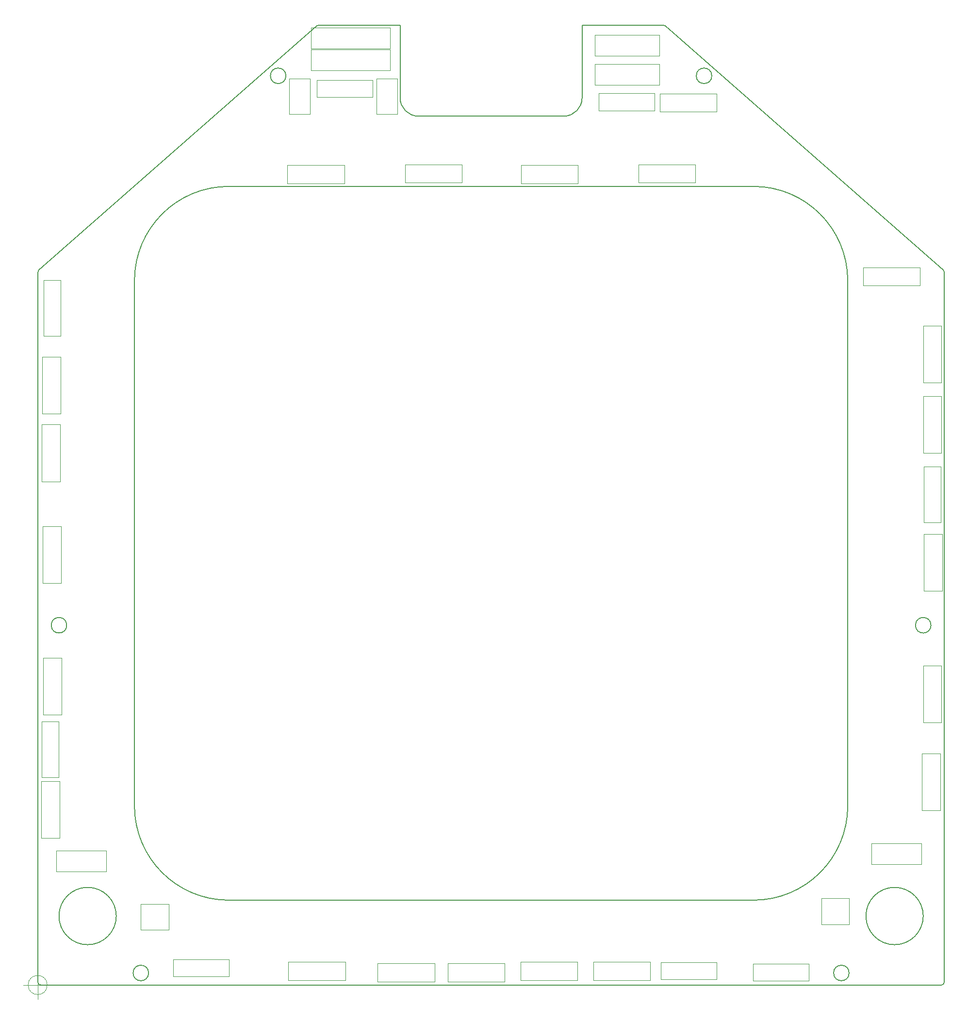
<source format=gbr>
G04 #@! TF.GenerationSoftware,KiCad,Pcbnew,(5.1.5-0-10_14)*
G04 #@! TF.CreationDate,2020-05-20T14:42:11+10:00*
G04 #@! TF.ProjectId,Buttons_DDI,42757474-6f6e-4735-9f44-44492e6b6963,rev?*
G04 #@! TF.SameCoordinates,Original*
G04 #@! TF.FileFunction,Other,User*
%FSLAX46Y46*%
G04 Gerber Fmt 4.6, Leading zero omitted, Abs format (unit mm)*
G04 Created by KiCad (PCBNEW (5.1.5-0-10_14)) date 2020-05-20 14:42:11*
%MOMM*%
%LPD*%
G04 APERTURE LIST*
%ADD10C,0.200000*%
%ADD11C,0.100000*%
%ADD12C,0.050000*%
G04 APERTURE END LIST*
D10*
X30987380Y-164503100D02*
G75*
G03X30987380Y-164503100I-5000000J0D01*
G01*
X60587233Y-17986375D02*
G75*
G03X60587233Y-17986375I-1352550J0D01*
G01*
X83693000Y-25019000D02*
X109093000Y-25019000D01*
X112268000Y-21844000D02*
G75*
G02X109093000Y-25019000I-3175000J0D01*
G01*
X173148629Y-113792000D02*
G75*
G03X173148629Y-113792000I-1352550J0D01*
G01*
X50604140Y-161734500D02*
G75*
G02X34163000Y-145293360I0J16441140D01*
G01*
X158864300Y-174434500D02*
G75*
G03X158864300Y-174434500I-1352550J0D01*
G01*
X36626800Y-174434500D02*
G75*
G03X36626800Y-174434500I-1352550J0D01*
G01*
X158623000Y-145293360D02*
X158623000Y-53715640D01*
X142181860Y-37274500D02*
G75*
G02X158623000Y-53715640I0J-16441140D01*
G01*
X142181860Y-37274500D02*
X50604140Y-37274500D01*
X50604140Y-161734500D02*
X142181860Y-161734500D01*
X171798621Y-164503100D02*
G75*
G03X171798621Y-164503100I-5000000J0D01*
G01*
X126464426Y-9144000D02*
X112268000Y-9144000D01*
X126464426Y-9144000D02*
G75*
G02X126799582Y-9270248I0J-508000D01*
G01*
X17303750Y-52240798D02*
X17303750Y-176022000D01*
X17811750Y-176530000D02*
X174974250Y-176530000D01*
X175309406Y-51859046D02*
X126799582Y-9270248D01*
X175309406Y-51859046D02*
G75*
G02X175482250Y-52240798I-335156J-381752D01*
G01*
X158623000Y-145293360D02*
G75*
G02X142181860Y-161734500I-16441140J0D01*
G01*
X34163000Y-53715640D02*
X34163000Y-145293360D01*
X65986418Y-9270248D02*
G75*
G02X66321574Y-9144000I335156J-381752D01*
G01*
X134903867Y-17986375D02*
G75*
G03X134903867Y-17986375I-1352550J0D01*
G01*
X22342471Y-113792000D02*
G75*
G03X22342471Y-113792000I-1352550J0D01*
G01*
X175482250Y-176022000D02*
X175482250Y-52240798D01*
X175482250Y-176022000D02*
G75*
G02X174974250Y-176530000I-508000J0D01*
G01*
X17303750Y-52240798D02*
G75*
G02X17476594Y-51859046I508000J0D01*
G01*
X80518000Y-9144000D02*
X66321574Y-9144000D01*
X112268000Y-21844000D02*
X112268000Y-9144000D01*
X34163000Y-53715640D02*
G75*
G02X50604140Y-37274500I16441140J0D01*
G01*
X17811750Y-176530000D02*
G75*
G02X17303750Y-176022000I0J508000D01*
G01*
X65986418Y-9270248D02*
X17476594Y-51859046D01*
X80518000Y-9144000D02*
X80518000Y-21844000D01*
X83693000Y-25019000D02*
G75*
G02X80518000Y-21844000I0J3175000D01*
G01*
D11*
X18938666Y-176530000D02*
G75*
G03X18938666Y-176530000I-1666666J0D01*
G01*
X14772000Y-176530000D02*
X19772000Y-176530000D01*
X17272000Y-174030000D02*
X17272000Y-179030000D01*
D12*
X21162000Y-88720000D02*
X21162000Y-78800000D01*
X17962000Y-88720000D02*
X21162000Y-88720000D01*
X17962000Y-78800000D02*
X17962000Y-88720000D01*
X21162000Y-78800000D02*
X17962000Y-78800000D01*
X135772000Y-172580000D02*
X126052000Y-172580000D01*
X135772000Y-175580000D02*
X135772000Y-172580000D01*
X126052000Y-175580000D02*
X135772000Y-175580000D01*
X126052000Y-172580000D02*
X126052000Y-175580000D01*
X75722000Y-18730000D02*
X66002000Y-18730000D01*
X75722000Y-21730000D02*
X75722000Y-18730000D01*
X66002000Y-21730000D02*
X75722000Y-21730000D01*
X66002000Y-18730000D02*
X66002000Y-21730000D01*
X124912000Y-21040000D02*
X115192000Y-21040000D01*
X124912000Y-24040000D02*
X124912000Y-21040000D01*
X115192000Y-24040000D02*
X124912000Y-24040000D01*
X115192000Y-21040000D02*
X115192000Y-24040000D01*
X174882000Y-95870000D02*
X174882000Y-86150000D01*
X171882000Y-95870000D02*
X174882000Y-95870000D01*
X171882000Y-86150000D02*
X171882000Y-95870000D01*
X174882000Y-86150000D02*
X171882000Y-86150000D01*
X50622000Y-172050000D02*
X40902000Y-172050000D01*
X50622000Y-175050000D02*
X50622000Y-172050000D01*
X40902000Y-175050000D02*
X50622000Y-175050000D01*
X40902000Y-172050000D02*
X40902000Y-175050000D01*
X151842000Y-172820000D02*
X142122000Y-172820000D01*
X151842000Y-175820000D02*
X151842000Y-172820000D01*
X142122000Y-175820000D02*
X151842000Y-175820000D01*
X142122000Y-172820000D02*
X142122000Y-175820000D01*
X20982000Y-140330000D02*
X20982000Y-130610000D01*
X17982000Y-140330000D02*
X20982000Y-140330000D01*
X17982000Y-130610000D02*
X17982000Y-140330000D01*
X20982000Y-130610000D02*
X17982000Y-130610000D01*
X21282000Y-63380000D02*
X21282000Y-53660000D01*
X18282000Y-63380000D02*
X21282000Y-63380000D01*
X18282000Y-53660000D02*
X18282000Y-63380000D01*
X21282000Y-53660000D02*
X18282000Y-53660000D01*
X158882000Y-161440000D02*
X154032000Y-161440000D01*
X158882000Y-165940000D02*
X158882000Y-161440000D01*
X154032000Y-165940000D02*
X158882000Y-165940000D01*
X154032000Y-161440000D02*
X154032000Y-165940000D01*
X40122000Y-162380000D02*
X35272000Y-162380000D01*
X40122000Y-166880000D02*
X40122000Y-162380000D01*
X35272000Y-166880000D02*
X40122000Y-166880000D01*
X35272000Y-162380000D02*
X35272000Y-166880000D01*
X80032000Y-18520000D02*
X76432000Y-18520000D01*
X80032000Y-24670000D02*
X80032000Y-18520000D01*
X76432000Y-24670000D02*
X80032000Y-24670000D01*
X76432000Y-18520000D02*
X76432000Y-24670000D01*
X114532000Y-10900000D02*
X114532000Y-14500000D01*
X125732000Y-10900000D02*
X114532000Y-10900000D01*
X125732000Y-14500000D02*
X125732000Y-10900000D01*
X114532000Y-14500000D02*
X125732000Y-14500000D01*
X65002000Y-9630000D02*
X65002000Y-13230000D01*
X78752000Y-9630000D02*
X65002000Y-9630000D01*
X78752000Y-13230000D02*
X78752000Y-9630000D01*
X65002000Y-13230000D02*
X78752000Y-13230000D01*
X125812000Y-24280000D02*
X135732000Y-24280000D01*
X125812000Y-21080000D02*
X125812000Y-24280000D01*
X135732000Y-21080000D02*
X125812000Y-21080000D01*
X135732000Y-24280000D02*
X135732000Y-21080000D01*
X64792000Y-18520000D02*
X61192000Y-18520000D01*
X64792000Y-24670000D02*
X64792000Y-18520000D01*
X61192000Y-24670000D02*
X64792000Y-24670000D01*
X61192000Y-18520000D02*
X61192000Y-24670000D01*
X65002000Y-13440000D02*
X65002000Y-17040000D01*
X78752000Y-13440000D02*
X65002000Y-13440000D01*
X78752000Y-17040000D02*
X78752000Y-13440000D01*
X65002000Y-17040000D02*
X78752000Y-17040000D01*
X114532000Y-15980000D02*
X114532000Y-19580000D01*
X125732000Y-15980000D02*
X114532000Y-15980000D01*
X125732000Y-19580000D02*
X125732000Y-15980000D01*
X114532000Y-19580000D02*
X125732000Y-19580000D01*
X20552000Y-153140000D02*
X20552000Y-156740000D01*
X29202000Y-153140000D02*
X20552000Y-153140000D01*
X29202000Y-156740000D02*
X29202000Y-153140000D01*
X20552000Y-156740000D02*
X29202000Y-156740000D01*
X162792000Y-151870000D02*
X162792000Y-155470000D01*
X171442000Y-151870000D02*
X162792000Y-151870000D01*
X171442000Y-155470000D02*
X171442000Y-151870000D01*
X162792000Y-155470000D02*
X171442000Y-155470000D01*
X60862000Y-36780000D02*
X70782000Y-36780000D01*
X60862000Y-33580000D02*
X60862000Y-36780000D01*
X70782000Y-33580000D02*
X60862000Y-33580000D01*
X70782000Y-36780000D02*
X70782000Y-33580000D01*
X81392000Y-36640000D02*
X91312000Y-36640000D01*
X81392000Y-33440000D02*
X81392000Y-36640000D01*
X91312000Y-33440000D02*
X81392000Y-33440000D01*
X91312000Y-36640000D02*
X91312000Y-33440000D01*
X101622000Y-36780000D02*
X111542000Y-36780000D01*
X101622000Y-33580000D02*
X101622000Y-36780000D01*
X111542000Y-33580000D02*
X101622000Y-33580000D01*
X111542000Y-36780000D02*
X111542000Y-33580000D01*
X122142000Y-36640000D02*
X132062000Y-36640000D01*
X122142000Y-33440000D02*
X122142000Y-36640000D01*
X132062000Y-33440000D02*
X122142000Y-33440000D01*
X132062000Y-36640000D02*
X132062000Y-33440000D01*
X161292000Y-54590000D02*
X171212000Y-54590000D01*
X161292000Y-51390000D02*
X161292000Y-54590000D01*
X171212000Y-51390000D02*
X161292000Y-51390000D01*
X171212000Y-54590000D02*
X171212000Y-51390000D01*
X174982000Y-71510000D02*
X174982000Y-61590000D01*
X171782000Y-71510000D02*
X174982000Y-71510000D01*
X171782000Y-61590000D02*
X171782000Y-71510000D01*
X174982000Y-61590000D02*
X171782000Y-61590000D01*
X174982000Y-83740000D02*
X174982000Y-73820000D01*
X171782000Y-83740000D02*
X174982000Y-83740000D01*
X171782000Y-73820000D02*
X171782000Y-83740000D01*
X174982000Y-73820000D02*
X171782000Y-73820000D01*
X175082000Y-107830000D02*
X175082000Y-97910000D01*
X171882000Y-107830000D02*
X175082000Y-107830000D01*
X171882000Y-97910000D02*
X171882000Y-107830000D01*
X175082000Y-97910000D02*
X171882000Y-97910000D01*
X174982000Y-130740000D02*
X174982000Y-120820000D01*
X171782000Y-130740000D02*
X174982000Y-130740000D01*
X171782000Y-120820000D02*
X171782000Y-130740000D01*
X174982000Y-120820000D02*
X171782000Y-120820000D01*
X174742000Y-146090000D02*
X174742000Y-136170000D01*
X171542000Y-146090000D02*
X174742000Y-146090000D01*
X171542000Y-136170000D02*
X171542000Y-146090000D01*
X174742000Y-136170000D02*
X171542000Y-136170000D01*
X61022000Y-175710000D02*
X70942000Y-175710000D01*
X61022000Y-172510000D02*
X61022000Y-175710000D01*
X70942000Y-172510000D02*
X61022000Y-172510000D01*
X70942000Y-175710000D02*
X70942000Y-172510000D01*
X114252000Y-175680000D02*
X124172000Y-175680000D01*
X114252000Y-172480000D02*
X114252000Y-175680000D01*
X124172000Y-172480000D02*
X114252000Y-172480000D01*
X124172000Y-175680000D02*
X124172000Y-172480000D01*
X101542000Y-175710000D02*
X111462000Y-175710000D01*
X101542000Y-172510000D02*
X101542000Y-175710000D01*
X111462000Y-172510000D02*
X101542000Y-172510000D01*
X111462000Y-175710000D02*
X111462000Y-172510000D01*
X88832000Y-175950000D02*
X98752000Y-175950000D01*
X88832000Y-172750000D02*
X88832000Y-175950000D01*
X98752000Y-172750000D02*
X88832000Y-172750000D01*
X98752000Y-175950000D02*
X98752000Y-172750000D01*
X76612000Y-175950000D02*
X86532000Y-175950000D01*
X76612000Y-172750000D02*
X76612000Y-175950000D01*
X86532000Y-172750000D02*
X76612000Y-172750000D01*
X86532000Y-175950000D02*
X86532000Y-172750000D01*
X21272000Y-76890000D02*
X21272000Y-66970000D01*
X18072000Y-76890000D02*
X21272000Y-76890000D01*
X18072000Y-66970000D02*
X18072000Y-76890000D01*
X21272000Y-66970000D02*
X18072000Y-66970000D01*
X21082000Y-150900000D02*
X21082000Y-140980000D01*
X17882000Y-150900000D02*
X21082000Y-150900000D01*
X17882000Y-140980000D02*
X17882000Y-150900000D01*
X21082000Y-140980000D02*
X17882000Y-140980000D01*
X21412000Y-129420000D02*
X21412000Y-119500000D01*
X18212000Y-129420000D02*
X21412000Y-129420000D01*
X18212000Y-119500000D02*
X18212000Y-129420000D01*
X21412000Y-119500000D02*
X18212000Y-119500000D01*
X21352000Y-106460000D02*
X21352000Y-96540000D01*
X18152000Y-106460000D02*
X21352000Y-106460000D01*
X18152000Y-96540000D02*
X18152000Y-106460000D01*
X21352000Y-96540000D02*
X18152000Y-96540000D01*
M02*

</source>
